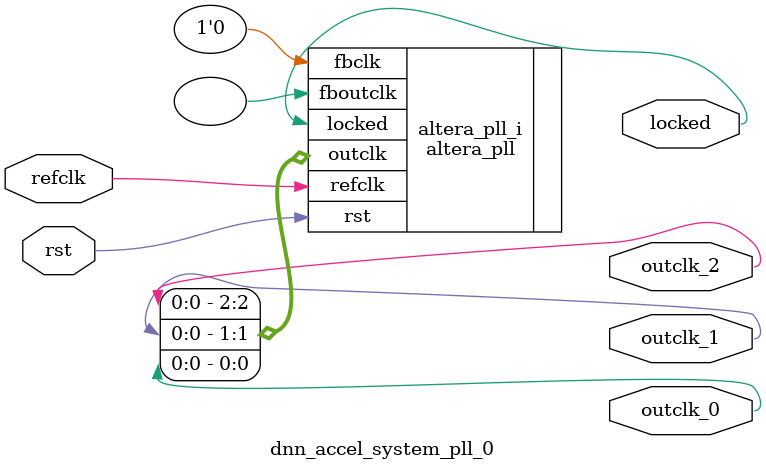
<source format=v>
`timescale 1ns/10ps
module  dnn_accel_system_pll_0(

	// interface 'refclk'
	input wire refclk,

	// interface 'reset'
	input wire rst,

	// interface 'outclk0'
	output wire outclk_0,

	// interface 'outclk1'
	output wire outclk_1,

	// interface 'outclk2'
	output wire outclk_2,

	// interface 'locked'
	output wire locked
);

	altera_pll #(
		.fractional_vco_multiplier("false"),
		.reference_clock_frequency("50.0 MHz"),
		.operation_mode("direct"),
		.number_of_clocks(3),
		.output_clock_frequency0("50.000000 MHz"),
		.phase_shift0("0 ps"),
		.duty_cycle0(50),
		.output_clock_frequency1("50.000000 MHz"),
		.phase_shift1("-3000 ps"),
		.duty_cycle1(50),
		.output_clock_frequency2("25.000000 MHz"),
		.phase_shift2("0 ps"),
		.duty_cycle2(50),
		.output_clock_frequency3("0 MHz"),
		.phase_shift3("0 ps"),
		.duty_cycle3(50),
		.output_clock_frequency4("0 MHz"),
		.phase_shift4("0 ps"),
		.duty_cycle4(50),
		.output_clock_frequency5("0 MHz"),
		.phase_shift5("0 ps"),
		.duty_cycle5(50),
		.output_clock_frequency6("0 MHz"),
		.phase_shift6("0 ps"),
		.duty_cycle6(50),
		.output_clock_frequency7("0 MHz"),
		.phase_shift7("0 ps"),
		.duty_cycle7(50),
		.output_clock_frequency8("0 MHz"),
		.phase_shift8("0 ps"),
		.duty_cycle8(50),
		.output_clock_frequency9("0 MHz"),
		.phase_shift9("0 ps"),
		.duty_cycle9(50),
		.output_clock_frequency10("0 MHz"),
		.phase_shift10("0 ps"),
		.duty_cycle10(50),
		.output_clock_frequency11("0 MHz"),
		.phase_shift11("0 ps"),
		.duty_cycle11(50),
		.output_clock_frequency12("0 MHz"),
		.phase_shift12("0 ps"),
		.duty_cycle12(50),
		.output_clock_frequency13("0 MHz"),
		.phase_shift13("0 ps"),
		.duty_cycle13(50),
		.output_clock_frequency14("0 MHz"),
		.phase_shift14("0 ps"),
		.duty_cycle14(50),
		.output_clock_frequency15("0 MHz"),
		.phase_shift15("0 ps"),
		.duty_cycle15(50),
		.output_clock_frequency16("0 MHz"),
		.phase_shift16("0 ps"),
		.duty_cycle16(50),
		.output_clock_frequency17("0 MHz"),
		.phase_shift17("0 ps"),
		.duty_cycle17(50),
		.pll_type("General"),
		.pll_subtype("General")
	) altera_pll_i (
		.rst	(rst),
		.outclk	({outclk_2, outclk_1, outclk_0}),
		.locked	(locked),
		.fboutclk	( ),
		.fbclk	(1'b0),
		.refclk	(refclk)
	);
endmodule


</source>
